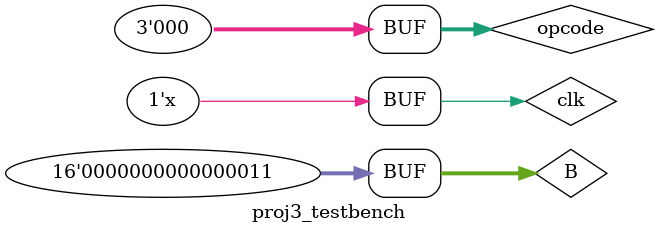
<source format=v>
/*
 *	Copyright (C) 2011  Kiel Friedt
 *
 *    This program is free software: you can redistribute it and/or modify
 *    it under the terms of the GNU General Public License as published by
 *    the Free Software Foundation, either version 3 of the License, or
 *    (at your option) any later version.
 *
 *    This program is distributed in the hope that it will be useful,
 *    but WITHOUT ANY WARRANTY; without even the implied warranty of
 *    MERCHANTABILITY or FITNESS FOR A PARTICULAR PURPOSE.  See the
 *    GNU General Public License for more details.
 *
 *    You should have received a copy of the GNU General Public License
 *    along with this program.  If not, see <http://www.gnu.org/licenses/>.
 */
 //authors Kiel Friedt, Kevin McIntosh,Cody DeHaan
 // 000 AND
   // 001 OR
   // 010 ADD
   // 110 Sub
   // 111 Less than
module proj3_testbench;

   reg [2:0] opcode;
   reg [15:0] A, B;
   reg clk;
   wire [15:0] out, out2;
   
   ALU16 A1(A,B,opcode,out);
   ALU16_LA A2(A, B, opcode, out2);
   
   always
      #15 clk =~clk;

   initial begin
      clk = 1'b0;
      A = 4'h0001;
      B = 4'h0003;
      opcode = 3'b000;
   end
  
   always @(posedge clk)
   A=A+1;

endmodule


</source>
